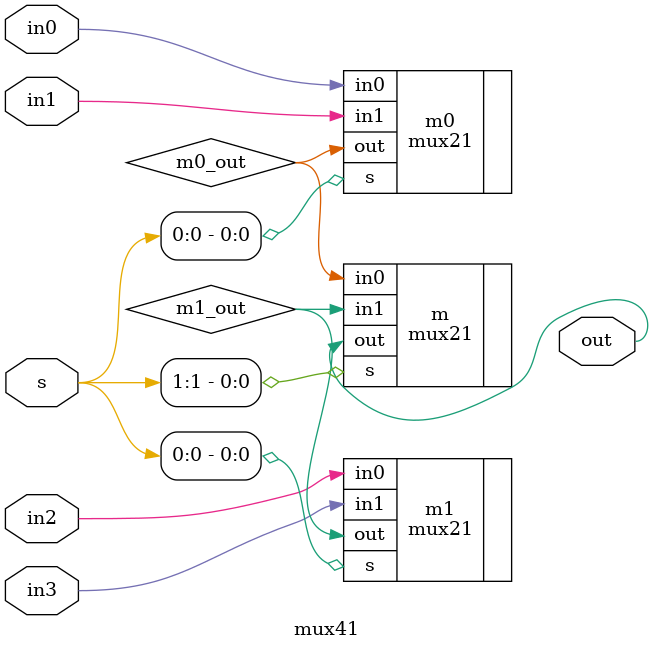
<source format=v>
`timescale 1ns / 1ps

                                          
module mux41(                             
    input in0,                            
    input in1,                            
    input in2,                            
    input in3,                            
    input [1:0] s,                        
    output out                            
    );                                    
    wire m0_out,m1_out;
    
    mux21 m0(.in0(in0),.in1(in1),.s(s[0]),.out(m0_out));
    mux21 m1(.in0(in2),.in1(in3),.s(s[0]),.out(m1_out));
    mux21 m(.in0(m0_out),.in1(m1_out),.s(s[1]),.out(out));
    
endmodule

</source>
